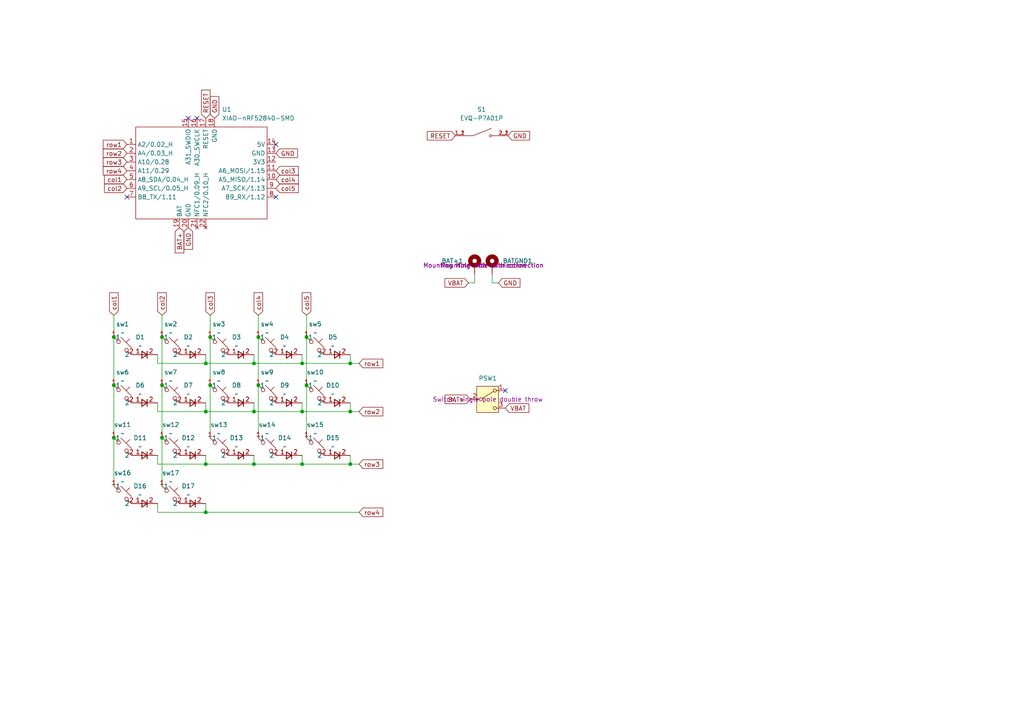
<source format=kicad_sch>
(kicad_sch (version 20250114) (generator "eeschema") (generator_version "9.0")
  (paper "A4")
  (lib_symbols
    (symbol "EVQ-P7A01P:EVQ-P7A01P" (pin_names (offset 1.016))
      (property "Reference" "S" (at -2.54 2.54 0))
      (property "Value" "EVQ-P7A01P" (at -2.54 -2.54 0))
      (symbol "EVQ-P7A01P_0_0"
        (polyline (pts (xy -2.54 0) (xy -5.08 0)) (stroke (width 0.1524)))
        (polyline (pts (xy -2.54 0) (xy 2.794 2.1336)) (stroke (width 0.1524)))
        (circle (center 2.54 0) (radius 0.3302) (stroke (width 0.1524)))
        (polyline (pts (xy 5.08 0) (xy 2.921 0)) (stroke (width 0.1524)))
        (pin passive line (at -7.62 0 0) (length 2.54) (name "~") (number "1_1"))
        (pin passive line (at -7.62 0 0) (length 2.54) (name "~") (number "1_2"))
        (pin passive line (at 7.62 0 180) (length 2.54) (name "~") (number "2_1"))
        (pin passive line (at 7.62 0 180) (length 2.54) (name "~") (number "2_2"))
      )
    )
    (symbol "Mechanical:MountingHole_Pad" (pin_numbers (hide yes)) (pin_names (offset 1.016) (hide yes)) (in_bom no)
      (property "Reference" "H" (at 0 6.35 0))
      (property "Value" "MountingHole_Pad" (at 0 4.445 0))
      (symbol "MountingHole_Pad_0_1"
        (circle (center 0 1.27) (radius 1.27) (stroke (width 1.27)))
      )
      (symbol "MountingHole_Pad_1_1"
        (pin input line (at 0 -2.54 90) (length 2.54) (name "1") (number "1"))
      )
    )
    (symbol "Switch:SW_SPDT" (pin_names (offset 0) (hide yes))
      (property "Reference" "SW" (at 0 5.08 0))
      (property "Value" "SW_SPDT" (at 0 -5.08 0))
      (symbol "SW_SPDT_0_1"
        (circle (center -2.032 0) (radius 0.4572))
        (polyline (pts (xy -1.651 0.254) (xy 1.651 2.286)))
        (circle (center 2.032 2.54) (radius 0.4572))
        (circle (center 2.032 -2.54) (radius 0.4572))
      )
      (symbol "SW_SPDT_1_1"
        (rectangle (start -3.175 3.81) (end 3.175 -3.81) (fill (type background)))
        (pin passive line (at -5.08 0 0) (length 2.54) (name "B") (number "2"))
        (pin passive line (at 5.08 2.54 180) (length 2.54) (name "A") (number "1"))
        (pin passive line (at 5.08 -2.54 180) (length 2.54) (name "C") (number "3"))
      )
    )
    (symbol "chocopi:d" (pin_names (hide yes))
      (property "Reference" "D" (at 0 0 0))
      (symbol "d_0_1"
        (polyline (pts (xy 0.508 -4.826) (xy 2.032 -3.81) (xy 0.508 -2.794) (xy 0.508 -4.826)) (stroke (width 0.254)))
        (polyline (pts (xy 2.032 -4.826) (xy 2.032 -2.794)) (stroke (width 0.254)))
      )
      (symbol "d_1_1"
        (pin passive line (at -2.54 -3.81 0) (length 3.81) (name "K") (number "1"))
        (pin passive line (at 5.08 -3.81 180) (length 3.81) (name "A") (number "2"))
      )
    )
    (symbol "chocopi:sw"
      (property "Reference" "sw" (at 0 0 0))
      (symbol "sw_0_1"
        (polyline (pts (xy -3.81 -2.54) (xy -2.794 -3.556) (xy -2.794 -3.556)))
        (circle (center -2.4384 -3.9116) (radius 0.508))
        (polyline (pts (xy -1.778 -2.54) (xy 1.27 -5.588)))
        (polyline (pts (xy -0.254 -4.064) (xy 0.762 -3.048)))
        (circle (center -0.127 -6.2738) (radius 0.508))
        (polyline (pts (xy 0.254 -6.604) (xy 1.27 -7.62) (xy 1.27 -7.62) (xy 1.27 -7.62)))
        (pin passive line (at -3.81 -2.54 0) (length 0) (name "1") (number "1"))
        (pin passive line (at 1.27 -7.62 180) (length 0) (name "2") (number "2"))
      )
    )
    (symbol "chocopi:xiao"
      (property "Reference" "U" (at 0 0 0))
      (symbol "xiao_0_1"
        (rectangle (start -2.54 -5.08) (end 35.56 -31.75))
      )
      (symbol "xiao_1_1"
        (pin bidirectional line (at -5.08 -10.16 0) (length 2.54) (name "A2/0.02_H") (number "1"))
        (pin bidirectional line (at -5.08 -12.7 0) (length 2.54) (name "A4/0.03_H") (number "2"))
        (pin bidirectional line (at -5.08 -15.24 0) (length 2.54) (name "A10/0.28") (number "3"))
        (pin bidirectional line (at -5.08 -17.78 0) (length 2.54) (name "A11/0.29") (number "4"))
        (pin bidirectional line (at -5.08 -20.32 0) (length 2.54) (name "A8_SDA/0.04_H") (number "5"))
        (pin bidirectional line (at -5.08 -22.86 0) (length 2.54) (name "A9_SCL/0.05_H") (number "6"))
        (pin bidirectional line (at -5.08 -25.4 0) (length 2.54) (name "B8_TX/1.11") (number "7"))
        (pin bidirectional line (at 10.16 -34.29 90) (length 2.54) (name "BAT") (number "19"))
        (pin input line (at 12.7 -2.54 270) (length 2.54) (name "A31_SWDIO") (number "15"))
        (pin power_out line (at 12.7 -34.29 90) (length 2.54) (name "GND") (number "20"))
        (pin input line (at 15.24 -2.54 270) (length 2.54) (name "A30_SWCLK") (number "16"))
        (pin no_connect line (at 15.24 -34.29 90) (length 2.54) (name "NFC1/0.09_H") (number "21"))
        (pin input line (at 17.78 -2.54 270) (length 2.54) (name "RESET") (number "17"))
        (pin no_connect line (at 17.78 -34.29 90) (length 2.54) (name "NFC2/0.10_H") (number "22"))
        (pin power_out line (at 20.32 -2.54 270) (length 2.54) (name "GND") (number "18"))
        (pin power_out line (at 38.1 -10.16 180) (length 2.54) (name "5V") (number "14"))
        (pin power_out line (at 38.1 -12.7 180) (length 2.54) (name "GND") (number "13"))
        (pin power_out line (at 38.1 -15.24 180) (length 2.54) (name "3V3") (number "12"))
        (pin bidirectional line (at 38.1 -17.78 180) (length 2.54) (name "A6_MOSI/1.15") (number "11"))
        (pin bidirectional line (at 38.1 -20.32 180) (length 2.54) (name "A5_MISO/1.14") (number "10"))
        (pin bidirectional line (at 38.1 -22.86 180) (length 2.54) (name "A7_SCK/1.13") (number "9"))
        (pin bidirectional line (at 38.1 -25.4 180) (length 2.54) (name "B9_RX/1.12") (number "8"))
      )
    )
  )
  (junction (at 74.93 97.79))
  (junction (at 88.9 97.79))
  (junction (at 87.63 134.62))
  (junction (at 46.99 127))
  (junction (at 33.02 127))
  (junction (at 60.96 97.79))
  (junction (at 87.63 105.41))
  (junction (at 74.93 111.76))
  (junction (at 101.6 134.62))
  (junction (at 59.69 134.62))
  (junction (at 33.02 97.79))
  (junction (at 33.02 111.76))
  (junction (at 59.69 148.59))
  (junction (at 73.66 119.38))
  (junction (at 59.69 105.41))
  (junction (at 59.69 119.38))
  (junction (at 60.96 111.76))
  (junction (at 46.99 111.76))
  (junction (at 88.9 111.76))
  (junction (at 101.6 119.38))
  (junction (at 87.63 119.38))
  (junction (at 101.6 105.41))
  (junction (at 46.99 97.79))
  (junction (at 73.66 134.62))
  (junction (at 73.66 105.41))
  (no_connect (at 80.01 41.91))
  (no_connect (at 57.15 34.29))
  (no_connect (at 80.01 57.15))
  (no_connect (at 146.558 113.284))
  (no_connect (at 54.61 34.29))
  (no_connect (at 36.83 57.15))
  (wire (pts (xy 33.02 127) (xy 33.02 140.97)))
  (wire (pts (xy 60.96 91.44) (xy 60.96 97.79)))
  (wire (pts (xy 87.63 116.84) (xy 87.63 119.38)))
  (wire (pts (xy 137.668 82.042) (xy 137.668 79.502)))
  (wire (pts (xy 101.6 105.41) (xy 104.14 105.41)))
  (wire (pts (xy 101.6 119.38) (xy 104.14 119.38)))
  (wire (pts (xy 87.63 134.62) (xy 101.6 134.62)))
  (wire (pts (xy 46.99 97.79) (xy 46.99 111.76)))
  (wire (pts (xy 45.72 134.62) (xy 45.72 132.08)))
  (wire (pts (xy 33.02 111.76) (xy 33.02 127)))
  (wire (pts (xy 45.72 119.38) (xy 59.69 119.38)))
  (wire (pts (xy 74.93 111.76) (xy 74.93 127)))
  (wire (pts (xy 88.9 97.79) (xy 88.9 111.76)))
  (wire (pts (xy 60.96 97.79) (xy 60.96 111.76)))
  (wire (pts (xy 45.72 105.41) (xy 45.72 102.87)))
  (wire (pts (xy 73.66 119.38) (xy 87.63 119.38)))
  (wire (pts (xy 142.748 82.042) (xy 144.526 82.042)))
  (wire (pts (xy 101.6 119.38) (xy 101.6 116.84)))
  (wire (pts (xy 73.66 132.08) (xy 73.66 134.62)))
  (wire (pts (xy 73.66 134.62) (xy 87.63 134.62)))
  (wire (pts (xy 45.72 119.38) (xy 45.72 116.84)))
  (wire (pts (xy 142.748 79.502) (xy 142.748 82.042)))
  (wire (pts (xy 101.6 105.41) (xy 101.6 102.87)))
  (wire (pts (xy 59.69 105.41) (xy 73.66 105.41)))
  (wire (pts (xy 73.66 102.87) (xy 73.66 105.41)))
  (wire (pts (xy 45.72 134.62) (xy 59.69 134.62)))
  (wire (pts (xy 87.63 102.87) (xy 87.63 105.41)))
  (wire (pts (xy 87.63 105.41) (xy 101.6 105.41)))
  (wire (pts (xy 59.69 134.62) (xy 73.66 134.62)))
  (wire (pts (xy 73.66 116.84) (xy 73.66 119.38)))
  (wire (pts (xy 45.72 105.41) (xy 59.69 105.41)))
  (wire (pts (xy 45.72 148.59) (xy 59.69 148.59)))
  (wire (pts (xy 33.02 97.79) (xy 33.02 111.76)))
  (wire (pts (xy 59.69 146.05) (xy 59.69 148.59)))
  (wire (pts (xy 59.69 132.08) (xy 59.69 134.62)))
  (wire (pts (xy 59.69 102.87) (xy 59.69 105.41)))
  (wire (pts (xy 46.99 127) (xy 46.99 140.97)))
  (wire (pts (xy 101.6 134.62) (xy 101.6 132.08)))
  (wire (pts (xy 135.89 82.042) (xy 137.668 82.042)))
  (wire (pts (xy 74.93 91.44) (xy 74.93 97.79)))
  (wire (pts (xy 87.63 132.08) (xy 87.63 134.62)))
  (wire (pts (xy 101.6 134.62) (xy 104.14 134.62)))
  (wire (pts (xy 73.66 105.41) (xy 87.63 105.41)))
  (wire (pts (xy 33.02 91.44) (xy 33.02 97.79)))
  (wire (pts (xy 87.63 119.38) (xy 101.6 119.38)))
  (wire (pts (xy 88.9 111.76) (xy 88.9 127)))
  (wire (pts (xy 59.69 116.84) (xy 59.69 119.38)))
  (wire (pts (xy 59.69 148.59) (xy 104.14 148.59)))
  (wire (pts (xy 74.93 97.79) (xy 74.93 111.76)))
  (wire (pts (xy 46.99 91.44) (xy 46.99 97.79)))
  (wire (pts (xy 60.96 111.76) (xy 60.96 127)))
  (wire (pts (xy 45.72 148.59) (xy 45.72 146.05)))
  (wire (pts (xy 59.69 119.38) (xy 73.66 119.38)))
  (wire (pts (xy 88.9 91.44) (xy 88.9 97.79)))
  (wire (pts (xy 46.99 111.76) (xy 46.99 127)))
  (global_label "col1" (shape input) (at 33.02 91.44 90) (property "Intersheetrefs" "${INTERSHEET_REFS}" (effects (hide yes))))
  (global_label "VBAT" (shape input) (at 135.89 82.042 180) (property "Intersheetrefs" "${INTERSHEET_REFS}" (effects (hide yes))))
  (global_label "row3" (shape input) (at 36.83 46.99 180) (property "Intersheetrefs" "${INTERSHEET_REFS}" (effects (hide yes))))
  (global_label "BAT+" (shape input) (at 136.398 115.824 180) (property "Intersheetrefs" "${INTERSHEET_REFS}" (effects (hide yes))))
  (global_label "col3" (shape input) (at 80.01 49.53 0) (property "Intersheetrefs" "${INTERSHEET_REFS}" (effects (hide yes))))
  (global_label "col1" (shape input) (at 36.83 52.07 180) (property "Intersheetrefs" "${INTERSHEET_REFS}" (effects (hide yes))))
  (global_label "GND" (shape input) (at 147.32 39.37 0) (property "Intersheetrefs" "${INTERSHEET_REFS}" (effects (hide yes))))
  (global_label "row2" (shape input) (at 36.83 44.45 180) (property "Intersheetrefs" "${INTERSHEET_REFS}" (effects (hide yes))))
  (global_label "col2" (shape input) (at 36.83 54.61 180) (property "Intersheetrefs" "${INTERSHEET_REFS}" (effects (hide yes))))
  (global_label "GND" (shape input) (at 144.526 82.042 0) (property "Intersheetrefs" "${INTERSHEET_REFS}" (effects (hide yes))))
  (global_label "row2" (shape input) (at 104.14 119.38 0) (property "Intersheetrefs" "${INTERSHEET_REFS}" (effects (hide yes))))
  (global_label "GND" (shape input) (at 62.23 34.29 90) (property "Intersheetrefs" "${INTERSHEET_REFS}" (effects (hide yes))))
  (global_label "col4" (shape input) (at 74.93 91.44 90) (property "Intersheetrefs" "${INTERSHEET_REFS}" (effects (hide yes))))
  (global_label "row1" (shape input) (at 104.14 105.41 0) (property "Intersheetrefs" "${INTERSHEET_REFS}" (effects (hide yes))))
  (global_label "GND" (shape input) (at 54.61 66.04 270) (property "Intersheetrefs" "${INTERSHEET_REFS}" (effects (hide yes))))
  (global_label "col5" (shape input) (at 88.9 91.44 90) (property "Intersheetrefs" "${INTERSHEET_REFS}" (effects (hide yes))))
  (global_label "GND" (shape input) (at 80.01 44.45 0) (property "Intersheetrefs" "${INTERSHEET_REFS}" (effects (hide yes))))
  (global_label "col3" (shape input) (at 60.96 91.44 90) (property "Intersheetrefs" "${INTERSHEET_REFS}" (effects (hide yes))))
  (global_label "row1" (shape input) (at 36.83 41.91 180) (property "Intersheetrefs" "${INTERSHEET_REFS}" (effects (hide yes))))
  (global_label "RESET" (shape input) (at 59.69 34.29 90) (property "Intersheetrefs" "${INTERSHEET_REFS}" (effects (hide yes))))
  (global_label "col5" (shape input) (at 80.01 54.61 0) (property "Intersheetrefs" "${INTERSHEET_REFS}" (effects (hide yes))))
  (global_label "BAT+" (shape input) (at 52.07 66.04 270) (property "Intersheetrefs" "${INTERSHEET_REFS}" (effects (hide yes))))
  (global_label "col2" (shape input) (at 46.99 91.44 90) (property "Intersheetrefs" "${INTERSHEET_REFS}" (effects (hide yes))))
  (global_label "VBAT" (shape input) (at 146.558 118.364 0) (property "Intersheetrefs" "${INTERSHEET_REFS}" (effects (hide yes))))
  (global_label "row4" (shape input) (at 36.83 49.53 180) (property "Intersheetrefs" "${INTERSHEET_REFS}" (effects (hide yes))))
  (global_label "row3" (shape input) (at 104.14 134.62 0) (property "Intersheetrefs" "${INTERSHEET_REFS}" (effects (hide yes))))
  (global_label "row4" (shape input) (at 104.14 148.59 0) (property "Intersheetrefs" "${INTERSHEET_REFS}" (effects (hide yes))))
  (global_label "RESET" (shape input) (at 132.08 39.37 180) (property "Intersheetrefs" "${INTERSHEET_REFS}" (effects (hide yes))))
  (global_label "col4" (shape input) (at 80.01 52.07 0) (property "Intersheetrefs" "${INTERSHEET_REFS}" (effects (hide yes))))
  (symbol (lib_id "chocopi:sw") (at 36.83 109.22 0) (unit 1)
    (property "Reference" "sw6" (at 35.56 107.95 0))
    (property "Value" "~" (at 35.56 110.49 0))
    (property "Footprint" "chocopi:Cherry_ULP_SMD" (effects (hide yes)))
  )
  (symbol (lib_id "Switch:SW_SPDT") (at 141.478 115.824 0) (unit 1)
    (property "Reference" "PSW1" (at 141.478 109.728 0))
    (property "Value" "SW_SPDT" (effects (hide yes)))
    (property "Footprint" "chocopi:MSK12C02" (effects (hide yes)))
    (property "Description" "Switch, single pole double throw" (at 141.478 115.824 0))
  )
  (symbol (lib_id "Mechanical:MountingHole_Pad") (at 137.668 76.962 0) (unit 1)
    (property "Reference" "BAT+1" (at 134.366 75.692 0) (effects (justify right)))
    (property "Value" "+" (effects (hide yes)))
    (property "Footprint" "chocopi:BatteryPad" (effects (hide yes)))
    (property "Description" "Mounting Hole with connection" (at 137.668 76.962 0))
  )
  (symbol (lib_id "chocopi:d") (at 68.58 113.03 0) (unit 1)
    (property "Reference" "D8" (at 68.58 111.76 0))
    (property "Value" "~" (at 68.58 114.3 0))
    (property "Footprint" "chocopi:Diode_SOD123" (effects (hide yes)))
  )
  (symbol (lib_id "Mechanical:MountingHole_Pad") (at 142.748 76.962 0) (unit 1)
    (property "Reference" "BATGND1" (at 145.796 75.692 0) (effects (justify left)))
    (property "Value" "-" (effects (hide yes)))
    (property "Footprint" "chocopi:BatteryPad" (effects (hide yes)))
    (property "Description" "Mounting Hole with connection" (at 142.748 76.962 0))
  )
  (symbol (lib_id "chocopi:d") (at 40.64 99.06 0) (unit 1)
    (property "Reference" "D1" (at 40.64 97.79 0))
    (property "Value" "~" (at 40.64 100.33 0))
    (property "Footprint" "chocopi:Diode_SOD123" (effects (hide yes)))
  )
  (symbol (lib_id "chocopi:sw") (at 78.74 95.25 0) (unit 1)
    (property "Reference" "sw4" (at 77.47 93.98 0))
    (property "Value" "~" (at 77.47 96.52 0))
    (property "Footprint" "chocopi:Cherry_ULP_SMD" (effects (hide yes)))
  )
  (symbol (lib_id "chocopi:sw") (at 36.83 138.43 0) (unit 1)
    (property "Reference" "sw16" (at 35.56 137.16 0))
    (property "Value" "~" (at 35.56 139.7 0))
    (property "Footprint" "chocopi:Cherry_ULP_SMD" (effects (hide yes)))
  )
  (symbol (lib_id "chocopi:sw") (at 64.77 95.25 0) (unit 1)
    (property "Reference" "sw3" (at 63.5 93.98 0))
    (property "Value" "~" (at 63.5 96.52 0))
    (property "Footprint" "chocopi:Cherry_ULP_SMD" (effects (hide yes)))
  )
  (symbol (lib_id "chocopi:sw") (at 50.8 95.25 0) (unit 1)
    (property "Reference" "sw2" (at 49.53 93.98 0))
    (property "Value" "~" (at 49.53 96.52 0))
    (property "Footprint" "chocopi:Cherry_ULP_SMD" (effects (hide yes)))
  )
  (symbol (lib_id "chocopi:d") (at 40.64 128.27 0) (unit 1)
    (property "Reference" "D11" (at 40.64 127 0))
    (property "Value" "~" (at 40.64 129.54 0))
    (property "Footprint" "chocopi:Diode_SOD123" (effects (hide yes)))
  )
  (symbol (lib_id "chocopi:d") (at 40.64 113.03 0) (unit 1)
    (property "Reference" "D6" (at 40.64 111.76 0))
    (property "Value" "~" (at 40.64 114.3 0))
    (property "Footprint" "chocopi:Diode_SOD123" (effects (hide yes)))
  )
  (symbol (lib_id "EVQ-P7A01P:EVQ-P7A01P") (at 139.7 39.37 0) (unit 1)
    (property "Reference" "S1" (at 139.7 31.75 0))
    (property "Value" "EVQ-P7A01P" (at 139.7 34.29 0))
    (property "Footprint" "chocopi:SW_EVQ-P7A01P" (effects (hide yes)))
    (property "MF" "Panasonic Electronic Components" (effects (hide yes)))
    (property "MAXIMUM_PACKAGE_HEIGHT" "1.35mm" (effects (hide yes)))
    (property "Package" "None" (effects (hide yes)))
    (property "Price" "None" (effects (hide yes)))
    (property "Check_prices" "https://www.snapeda.com/parts/EVQ-P7A01P/Panasonic+Electronic+Components/view-part/?ref=eda" (effects (hide yes)))
    (property "STANDARD" "Manufacturer Recommendations" (effects (hide yes)))
    (property "PARTREV" "2022.4" (effects (hide yes)))
    (property "SnapEDA_Link" "https://www.snapeda.com/parts/EVQ-P7A01P/Panasonic+Electronic+Components/view-part/?ref=snap" (effects (hide yes)))
    (property "MP" "EVQ-P7A01P" (effects (hide yes)))
    (property "Description_1" "Switch;Tactile;3.5x2.9mm;Right Angle;Light Touch Switch | Panasonic Electronic Components EVQ-P7A01P" (effects (hide yes)))
    (property "Availability" "In Stock" (effects (hide yes)))
    (property "MANUFACTURER" "Panasonic Electronic Components" (effects (hide yes)))
  )
  (symbol (lib_id "chocopi:d") (at 54.61 142.24 0) (unit 1)
    (property "Reference" "D17" (at 54.61 140.97 0))
    (property "Value" "~" (at 54.61 143.51 0))
    (property "Footprint" "chocopi:Diode_SOD123" (effects (hide yes)))
  )
  (symbol (lib_id "chocopi:d") (at 82.55 113.03 0) (unit 1)
    (property "Reference" "D9" (at 82.55 111.76 0))
    (property "Value" "~" (at 82.55 114.3 0))
    (property "Footprint" "chocopi:Diode_SOD123" (effects (hide yes)))
  )
  (symbol (lib_id "chocopi:sw") (at 50.8 124.46 0) (unit 1)
    (property "Reference" "sw12" (at 49.53 123.19 0))
    (property "Value" "~" (at 49.53 125.73 0))
    (property "Footprint" "chocopi:Cherry_ULP_SMD" (effects (hide yes)))
  )
  (symbol (lib_id "chocopi:d") (at 54.61 99.06 0) (unit 1)
    (property "Reference" "D2" (at 54.61 97.79 0))
    (property "Value" "~" (at 54.61 100.33 0))
    (property "Footprint" "chocopi:Diode_SOD123" (effects (hide yes)))
  )
  (symbol (lib_id "chocopi:d") (at 96.52 128.27 0) (unit 1)
    (property "Reference" "D15" (at 96.52 127 0))
    (property "Value" "~" (at 96.52 129.54 0))
    (property "Footprint" "chocopi:Diode_SOD123" (effects (hide yes)))
  )
  (symbol (lib_id "chocopi:d") (at 96.52 113.03 0) (unit 1)
    (property "Reference" "D10" (at 96.52 111.76 0))
    (property "Value" "~" (at 96.52 114.3 0))
    (property "Footprint" "chocopi:Diode_SOD123" (effects (hide yes)))
  )
  (symbol (lib_id "chocopi:sw") (at 50.8 109.22 0) (unit 1)
    (property "Reference" "sw7" (at 49.53 107.95 0))
    (property "Value" "~" (at 49.53 110.49 0))
    (property "Footprint" "chocopi:Cherry_ULP_SMD" (effects (hide yes)))
  )
  (symbol (lib_id "chocopi:d") (at 40.64 142.24 0) (unit 1)
    (property "Reference" "D16" (at 40.64 140.97 0))
    (property "Value" "~" (at 40.64 143.51 0))
    (property "Footprint" "chocopi:Diode_SOD123" (effects (hide yes)))
  )
  (symbol (lib_id "chocopi:d") (at 54.61 128.27 0) (unit 1)
    (property "Reference" "D12" (at 54.61 127 0))
    (property "Value" "~" (at 54.61 129.54 0))
    (property "Footprint" "chocopi:Diode_SOD123" (effects (hide yes)))
  )
  (symbol (lib_id "chocopi:sw") (at 78.74 109.22 0) (unit 1)
    (property "Reference" "sw9" (at 77.47 107.95 0))
    (property "Value" "~" (at 77.47 110.49 0))
    (property "Footprint" "chocopi:Cherry_ULP_SMD" (effects (hide yes)))
  )
  (symbol (lib_id "chocopi:sw") (at 50.8 138.43 0) (unit 1)
    (property "Reference" "sw17" (at 49.53 137.16 0))
    (property "Value" "~" (at 49.53 139.7 0))
    (property "Footprint" "chocopi:Cherry_ULP_SMD" (effects (hide yes)))
  )
  (symbol (lib_id "chocopi:d") (at 68.58 128.27 0) (unit 1)
    (property "Reference" "D13" (at 68.58 127 0))
    (property "Value" "~" (at 68.58 129.54 0))
    (property "Footprint" "chocopi:Diode_SOD123" (effects (hide yes)))
  )
  (symbol (lib_id "chocopi:d") (at 68.58 99.06 0) (unit 1)
    (property "Reference" "D3" (at 68.58 97.79 0))
    (property "Value" "~" (at 68.58 100.33 0))
    (property "Footprint" "chocopi:Diode_SOD123" (effects (hide yes)))
  )
  (symbol (lib_id "chocopi:sw") (at 64.77 124.46 0) (unit 1)
    (property "Reference" "sw13" (at 63.5 123.19 0))
    (property "Value" "~" (at 63.5 125.73 0))
    (property "Footprint" "chocopi:Cherry_ULP_SMD" (effects (hide yes)))
  )
  (symbol (lib_id "chocopi:d") (at 54.61 113.03 0) (unit 1)
    (property "Reference" "D7" (at 54.61 111.76 0))
    (property "Value" "~" (at 54.61 114.3 0))
    (property "Footprint" "chocopi:Diode_SOD123" (effects (hide yes)))
  )
  (symbol (lib_id "chocopi:sw") (at 78.74 124.46 0) (unit 1)
    (property "Reference" "sw14" (at 77.47 123.19 0))
    (property "Value" "~" (at 77.47 125.73 0))
    (property "Footprint" "chocopi:Cherry_ULP_SMD" (effects (hide yes)))
  )
  (symbol (lib_id "chocopi:d") (at 96.52 99.06 0) (unit 1)
    (property "Reference" "D5" (at 96.52 97.79 0))
    (property "Value" "~" (at 96.52 100.33 0))
    (property "Footprint" "chocopi:Diode_SOD123" (effects (hide yes)))
  )
  (symbol (lib_id "chocopi:sw") (at 64.77 109.22 0) (unit 1)
    (property "Reference" "sw8" (at 63.5 107.95 0))
    (property "Value" "~" (at 63.5 110.49 0))
    (property "Footprint" "chocopi:Cherry_ULP_SMD" (effects (hide yes)))
  )
  (symbol (lib_id "chocopi:xiao") (at 41.91 31.75 0) (unit 1)
    (property "Reference" "U1" (at 64.3733 31.75 0) (effects (justify left)))
    (property "Value" "XIAO-nRF52840-SMD" (at 64.3733 34.29 0) (effects (justify left)))
    (property "Footprint" "chocopi:xiao-ble-smd-cutout" (effects (hide yes)))
  )
  (symbol (lib_id "chocopi:sw") (at 92.71 95.25 0) (unit 1)
    (property "Reference" "sw5" (at 91.44 93.98 0))
    (property "Value" "~" (at 91.44 96.52 0))
    (property "Footprint" "chocopi:Cherry_ULP_SMD" (effects (hide yes)))
  )
  (symbol (lib_id "chocopi:d") (at 82.55 99.06 0) (unit 1)
    (property "Reference" "D4" (at 82.55 97.79 0))
    (property "Value" "~" (at 82.55 100.33 0))
    (property "Footprint" "chocopi:Diode_SOD123" (effects (hide yes)))
  )
  (symbol (lib_id "chocopi:sw") (at 36.83 95.25 0) (unit 1)
    (property "Reference" "sw1" (at 35.56 93.98 0))
    (property "Value" "~" (at 35.56 96.52 0))
    (property "Footprint" "chocopi:Cherry_ULP_SMD" (effects (hide yes)))
  )
  (symbol (lib_id "chocopi:d") (at 82.55 128.27 0) (unit 1)
    (property "Reference" "D14" (at 82.55 127 0))
    (property "Value" "~" (at 82.55 129.54 0))
    (property "Footprint" "chocopi:Diode_SOD123" (effects (hide yes)))
  )
  (symbol (lib_id "chocopi:sw") (at 36.83 124.46 0) (unit 1)
    (property "Reference" "sw11" (at 35.56 123.19 0))
    (property "Value" "~" (at 35.56 125.73 0))
    (property "Footprint" "chocopi:Cherry_ULP_SMD" (effects (hide yes)))
  )
  (symbol (lib_id "chocopi:sw") (at 92.71 124.46 0) (unit 1)
    (property "Reference" "sw15" (at 91.44 123.19 0))
    (property "Value" "~" (at 91.44 125.73 0))
    (property "Footprint" "chocopi:Cherry_ULP_SMD" (effects (hide yes)))
  )
  (symbol (lib_id "chocopi:sw") (at 92.71 109.22 0) (unit 1)
    (property "Reference" "sw10" (at 91.44 107.95 0))
    (property "Value" "~" (at 91.44 110.49 0))
    (property "Footprint" "chocopi:Cherry_ULP_SMD" (effects (hide yes)))
  )
)
</source>
